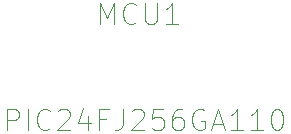
<source format=gbo>
%FSLAX34Y34*%
G04 Gerber Fmt 3.4, Leading zero omitted, Abs format*
G04 (created by PCBNEW (2013-12-18 BZR 4557)-product) date lun 14 abr 2014 17:53:11 CLST*
%MOIN*%
G01*
G70*
G90*
G04 APERTURE LIST*
%ADD10C,0.005906*%
%ADD11C,0.003500*%
G04 APERTURE END LIST*
G54D10*
G54D11*
X53196Y-32651D02*
X53196Y-31951D01*
X53430Y-32451D01*
X53663Y-31951D01*
X53663Y-32651D01*
X54396Y-32584D02*
X54363Y-32617D01*
X54263Y-32651D01*
X54196Y-32651D01*
X54096Y-32617D01*
X54030Y-32551D01*
X53996Y-32484D01*
X53963Y-32351D01*
X53963Y-32251D01*
X53996Y-32117D01*
X54030Y-32051D01*
X54096Y-31984D01*
X54196Y-31951D01*
X54263Y-31951D01*
X54363Y-31984D01*
X54396Y-32017D01*
X54696Y-31951D02*
X54696Y-32517D01*
X54730Y-32584D01*
X54763Y-32617D01*
X54830Y-32651D01*
X54963Y-32651D01*
X55030Y-32617D01*
X55063Y-32584D01*
X55096Y-32517D01*
X55096Y-31951D01*
X55796Y-32651D02*
X55396Y-32651D01*
X55596Y-32651D02*
X55596Y-31951D01*
X55530Y-32051D01*
X55463Y-32117D01*
X55396Y-32151D01*
X50109Y-36182D02*
X50109Y-35482D01*
X50376Y-35482D01*
X50442Y-35516D01*
X50476Y-35549D01*
X50509Y-35616D01*
X50509Y-35716D01*
X50476Y-35782D01*
X50442Y-35816D01*
X50376Y-35849D01*
X50109Y-35849D01*
X50809Y-36182D02*
X50809Y-35482D01*
X51542Y-36116D02*
X51509Y-36149D01*
X51409Y-36182D01*
X51342Y-36182D01*
X51242Y-36149D01*
X51176Y-36082D01*
X51142Y-36016D01*
X51109Y-35882D01*
X51109Y-35782D01*
X51142Y-35649D01*
X51176Y-35582D01*
X51242Y-35516D01*
X51342Y-35482D01*
X51409Y-35482D01*
X51509Y-35516D01*
X51542Y-35549D01*
X51809Y-35549D02*
X51842Y-35516D01*
X51909Y-35482D01*
X52076Y-35482D01*
X52142Y-35516D01*
X52176Y-35549D01*
X52209Y-35616D01*
X52209Y-35682D01*
X52176Y-35782D01*
X51776Y-36182D01*
X52209Y-36182D01*
X52809Y-35716D02*
X52809Y-36182D01*
X52642Y-35449D02*
X52476Y-35949D01*
X52909Y-35949D01*
X53409Y-35816D02*
X53176Y-35816D01*
X53176Y-36182D02*
X53176Y-35482D01*
X53509Y-35482D01*
X53976Y-35482D02*
X53976Y-35982D01*
X53942Y-36082D01*
X53876Y-36149D01*
X53776Y-36182D01*
X53709Y-36182D01*
X54276Y-35549D02*
X54309Y-35516D01*
X54376Y-35482D01*
X54542Y-35482D01*
X54609Y-35516D01*
X54642Y-35549D01*
X54676Y-35616D01*
X54676Y-35682D01*
X54642Y-35782D01*
X54242Y-36182D01*
X54676Y-36182D01*
X55309Y-35482D02*
X54976Y-35482D01*
X54942Y-35816D01*
X54976Y-35782D01*
X55042Y-35749D01*
X55209Y-35749D01*
X55276Y-35782D01*
X55309Y-35816D01*
X55342Y-35882D01*
X55342Y-36049D01*
X55309Y-36116D01*
X55276Y-36149D01*
X55209Y-36182D01*
X55042Y-36182D01*
X54976Y-36149D01*
X54942Y-36116D01*
X55942Y-35482D02*
X55809Y-35482D01*
X55742Y-35516D01*
X55709Y-35549D01*
X55642Y-35649D01*
X55609Y-35782D01*
X55609Y-36049D01*
X55642Y-36116D01*
X55676Y-36149D01*
X55742Y-36182D01*
X55876Y-36182D01*
X55942Y-36149D01*
X55976Y-36116D01*
X56009Y-36049D01*
X56009Y-35882D01*
X55976Y-35816D01*
X55942Y-35782D01*
X55876Y-35749D01*
X55742Y-35749D01*
X55676Y-35782D01*
X55642Y-35816D01*
X55609Y-35882D01*
X56676Y-35516D02*
X56609Y-35482D01*
X56509Y-35482D01*
X56409Y-35516D01*
X56342Y-35582D01*
X56309Y-35649D01*
X56276Y-35782D01*
X56276Y-35882D01*
X56309Y-36016D01*
X56342Y-36082D01*
X56409Y-36149D01*
X56509Y-36182D01*
X56576Y-36182D01*
X56676Y-36149D01*
X56709Y-36116D01*
X56709Y-35882D01*
X56576Y-35882D01*
X56976Y-35982D02*
X57309Y-35982D01*
X56909Y-36182D02*
X57142Y-35482D01*
X57376Y-36182D01*
X57976Y-36182D02*
X57576Y-36182D01*
X57776Y-36182D02*
X57776Y-35482D01*
X57709Y-35582D01*
X57642Y-35649D01*
X57576Y-35682D01*
X58642Y-36182D02*
X58242Y-36182D01*
X58442Y-36182D02*
X58442Y-35482D01*
X58376Y-35582D01*
X58309Y-35649D01*
X58242Y-35682D01*
X59076Y-35482D02*
X59142Y-35482D01*
X59209Y-35516D01*
X59242Y-35549D01*
X59276Y-35616D01*
X59309Y-35749D01*
X59309Y-35916D01*
X59276Y-36049D01*
X59242Y-36116D01*
X59209Y-36149D01*
X59142Y-36182D01*
X59076Y-36182D01*
X59009Y-36149D01*
X58976Y-36116D01*
X58942Y-36049D01*
X58909Y-35916D01*
X58909Y-35749D01*
X58942Y-35616D01*
X58976Y-35549D01*
X59009Y-35516D01*
X59076Y-35482D01*
M02*

</source>
